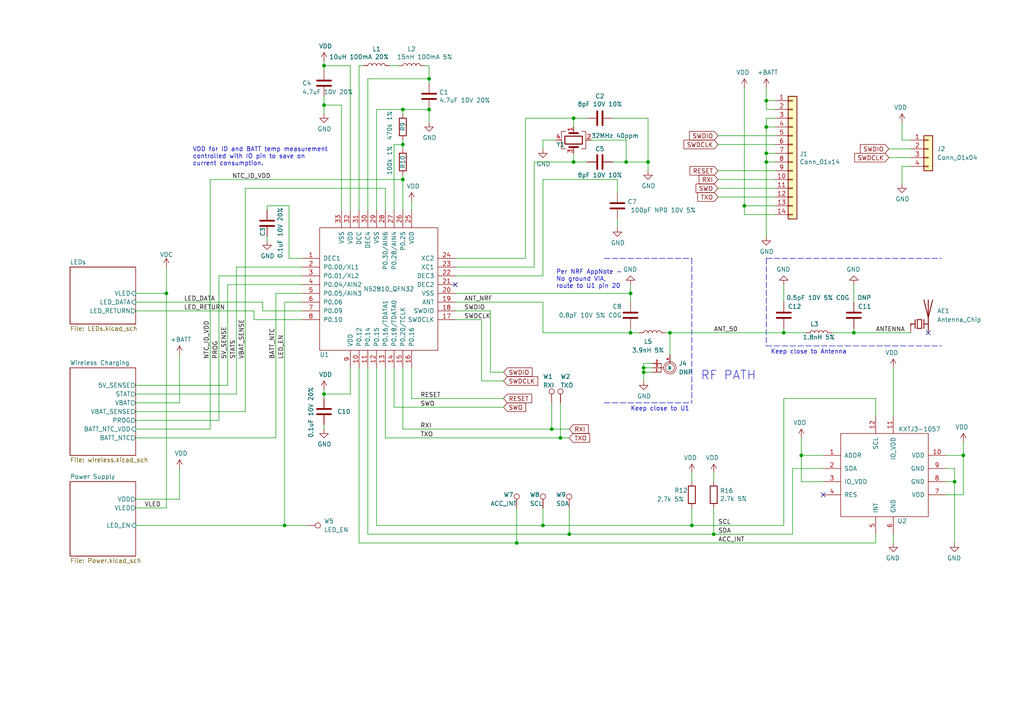
<source format=kicad_sch>
(kicad_sch (version 20211123) (generator eeschema)
  (paper "A4")
  (title_block (title "Pixels D8 Schematic, Main") (date "2023-03-16") (rev "2") (company "Systemic Games, LLC"))
  (lib_symbols
    (symbol "Connector_Generic:Conn_01x04" (pin_names (offset 1.016) hide)
      (property "Reference" "J" (at 0 5.08 0))
      (property "Value" "Conn_01x04" (at 0 -7.62 0))
      (symbol "Conn_01x04_1_1"
        (rectangle (start -1.27 -4.953) (end 0 -5.207) (stroke (width 0.1524)))
        (rectangle (start -1.27 -2.413) (end 0 -2.667) (stroke (width 0.1524)))
        (rectangle (start -1.27 0.127) (end 0 -0.127) (stroke (width 0.1524)))
        (rectangle (start -1.27 2.667) (end 0 2.413) (stroke (width 0.1524)))
        (rectangle (start -1.27 3.81) (end 1.27 -6.35) (stroke (width 0.254)) (fill (type background)))
        (pin passive line (at -5.08 2.54 0) (length 3.81) (name "Pin_1") (number "1"))
        (pin passive line (at -5.08 0 0) (length 3.81) (name "Pin_2") (number "2"))
        (pin passive line (at -5.08 -2.54 0) (length 3.81) (name "Pin_3") (number "3"))
        (pin passive line (at -5.08 -5.08 0) (length 3.81) (name "Pin_4") (number "4"))
      )
    )
    (symbol "Connector_Generic:Conn_01x14" (pin_names (offset 1.016) hide)
      (property "Reference" "J" (at 0 17.78 0))
      (property "Value" "Conn_01x14" (at 0 -20.32 0))
      (symbol "Conn_01x14_1_1"
        (rectangle (start -1.27 -17.653) (end 0 -17.907) (stroke (width 0.1524)))
        (rectangle (start -1.27 -15.113) (end 0 -15.367) (stroke (width 0.1524)))
        (rectangle (start -1.27 -12.573) (end 0 -12.827) (stroke (width 0.1524)))
        (rectangle (start -1.27 -10.033) (end 0 -10.287) (stroke (width 0.1524)))
        (rectangle (start -1.27 -7.493) (end 0 -7.747) (stroke (width 0.1524)))
        (rectangle (start -1.27 -4.953) (end 0 -5.207) (stroke (width 0.1524)))
        (rectangle (start -1.27 -2.413) (end 0 -2.667) (stroke (width 0.1524)))
        (rectangle (start -1.27 0.127) (end 0 -0.127) (stroke (width 0.1524)))
        (rectangle (start -1.27 2.667) (end 0 2.413) (stroke (width 0.1524)))
        (rectangle (start -1.27 5.207) (end 0 4.953) (stroke (width 0.1524)))
        (rectangle (start -1.27 7.747) (end 0 7.493) (stroke (width 0.1524)))
        (rectangle (start -1.27 10.287) (end 0 10.033) (stroke (width 0.1524)))
        (rectangle (start -1.27 12.827) (end 0 12.573) (stroke (width 0.1524)))
        (rectangle (start -1.27 15.367) (end 0 15.113) (stroke (width 0.1524)))
        (rectangle (start -1.27 16.51) (end 1.27 -19.05) (stroke (width 0.254)) (fill (type background)))
        (pin passive line (at -5.08 15.24 0) (length 3.81) (name "Pin_1") (number "1"))
        (pin passive line (at -5.08 -7.62 0) (length 3.81) (name "Pin_10") (number "10"))
        (pin passive line (at -5.08 -10.16 0) (length 3.81) (name "Pin_11") (number "11"))
        (pin passive line (at -5.08 -12.7 0) (length 3.81) (name "Pin_12") (number "12"))
        (pin passive line (at -5.08 -15.24 0) (length 3.81) (name "Pin_13") (number "13"))
        (pin passive line (at -5.08 -17.78 0) (length 3.81) (name "Pin_14") (number "14"))
        (pin passive line (at -5.08 12.7 0) (length 3.81) (name "Pin_2") (number "2"))
        (pin passive line (at -5.08 10.16 0) (length 3.81) (name "Pin_3") (number "3"))
        (pin passive line (at -5.08 7.62 0) (length 3.81) (name "Pin_4") (number "4"))
        (pin passive line (at -5.08 5.08 0) (length 3.81) (name "Pin_5") (number "5"))
        (pin passive line (at -5.08 2.54 0) (length 3.81) (name "Pin_6") (number "6"))
        (pin passive line (at -5.08 0 0) (length 3.81) (name "Pin_7") (number "7"))
        (pin passive line (at -5.08 -2.54 0) (length 3.81) (name "Pin_8") (number "8"))
        (pin passive line (at -5.08 -5.08 0) (length 3.81) (name "Pin_9") (number "9"))
      )
    )
    (symbol "Device:Antenna_Chip" (pin_numbers hide) (pin_names (offset 1.016) hide)
      (property "Reference" "AE" (at 0 5.08 0))
      (property "Value" "Antenna_Chip" (at 0 3.175 0))
      (symbol "Antenna_Chip_0_1"
        (polyline (pts (xy -2.54 0) (xy -2.54 -0.635)) (stroke (width 0.254)))
        (polyline (pts (xy -2.54 0) (xy -1.27 0)) (stroke (width 0.254)))
        (polyline (pts (xy 1.27 0) (xy 2.54 0)) (stroke (width 0.254)))
        (polyline (pts (xy 1.27 1.27) (xy 1.27 -1.27)) (stroke (width 0.254)))
        (polyline (pts (xy 2.54 -0.635) (xy 2.54 0)))
        (polyline (pts (xy 2.54 6.985) (xy 2.54 -1.905)) (stroke (width 0.254)))
        (polyline (pts (xy -1.27 1.27) (xy -1.27 -1.27) (xy -1.27 0)) (stroke (width 0.254)))
        (polyline (pts (xy 3.81 6.985) (xy 2.54 1.905) (xy 1.27 6.985)) (stroke (width 0.254)))
        (polyline (pts (xy -0.635 1.27) (xy 0.635 1.27) (xy 0.635 -1.27) (xy -0.635 -1.27) (xy -0.635 1.27)) (stroke (width 0.254)))
      )
      (symbol "Antenna_Chip_1_1"
        (pin input line (at -2.54 -2.54 90) (length 2.54) (name "FEED") (number "1"))
        (pin passive line (at 2.54 -2.54 90) (length 2.54) (name "PCB_Trace") (number "2"))
      )
    )
    (symbol "Device:C" (pin_numbers hide) (pin_names (offset 0.254))
      (property "Reference" "C" (at 0.635 2.54 0))
      (property "Value" "C" (at 0.635 -2.54 0))
      (symbol "C_0_1"
        (polyline (pts (xy -2.032 -0.762) (xy 2.032 -0.762)) (stroke (width 0.508)))
        (polyline (pts (xy -2.032 0.762) (xy 2.032 0.762)) (stroke (width 0.508)))
      )
      (symbol "C_1_1"
        (pin passive line (at 0 3.81 270) (length 2.794) (name "~") (number "1"))
        (pin passive line (at 0 -3.81 90) (length 2.794) (name "~") (number "2"))
      )
    )
    (symbol "Device:Crystal_GND24" (pin_names (offset 1.016) hide)
      (property "Reference" "Y" (at 3.175 5.08 0))
      (property "Value" "Crystal_GND24" (at 3.175 3.175 0))
      (symbol "Crystal_GND24_0_1"
        (rectangle (start -1.143 2.54) (end 1.143 -2.54) (stroke (width 0.3048)))
        (polyline (pts (xy -2.54 0) (xy -2.032 0)))
        (polyline (pts (xy -2.032 -1.27) (xy -2.032 1.27)) (stroke (width 0.508)))
        (polyline (pts (xy 0 -3.81) (xy 0 -3.556)))
        (polyline (pts (xy 0 3.556) (xy 0 3.81)))
        (polyline (pts (xy 2.032 -1.27) (xy 2.032 1.27)) (stroke (width 0.508)))
        (polyline (pts (xy 2.032 0) (xy 2.54 0)))
        (polyline (pts (xy -2.54 -2.286) (xy -2.54 -3.556) (xy 2.54 -3.556) (xy 2.54 -2.286)))
        (polyline (pts (xy -2.54 2.286) (xy -2.54 3.556) (xy 2.54 3.556) (xy 2.54 2.286)))
      )
      (symbol "Crystal_GND24_1_1"
        (pin passive line (at -3.81 0 0) (length 1.27) (name "1") (number "1"))
        (pin passive line (at 0 5.08 270) (length 1.27) (name "2") (number "2"))
        (pin passive line (at 3.81 0 180) (length 1.27) (name "3") (number "3"))
        (pin passive line (at 0 -5.08 90) (length 1.27) (name "4") (number "4"))
      )
    )
    (symbol "Device:L" (pin_numbers hide) (pin_names (offset 1.016) hide)
      (property "Reference" "L" (at -1.27 0 90))
      (property "Value" "L" (at 1.905 0 90))
      (symbol "L_0_1"
        (arc (start 0 -2.54) (mid 0.635 -1.905) (end 0 -1.27))
        (arc (start 0 -1.27) (mid 0.635 -0.635) (end 0 0))
        (arc (start 0 0) (mid 0.635 0.635) (end 0 1.27))
        (arc (start 0 1.27) (mid 0.635 1.905) (end 0 2.54))
      )
      (symbol "L_1_1"
        (pin passive line (at 0 3.81 270) (length 1.27) (name "1") (number "1"))
        (pin passive line (at 0 -3.81 90) (length 1.27) (name "2") (number "2"))
      )
    )
    (symbol "Device:R" (pin_numbers hide) (pin_names (offset 0))
      (property "Reference" "R" (at 2.032 0 90))
      (property "Value" "R" (at 0 0 90))
      (symbol "R_0_1"
        (rectangle (start -1.016 -2.54) (end 1.016 2.54) (stroke (width 0.254)))
      )
      (symbol "R_1_1"
        (pin passive line (at 0 3.81 270) (length 1.27) (name "~") (number "1"))
        (pin passive line (at 0 -3.81 90) (length 1.27) (name "~") (number "2"))
      )
    )
    (symbol "Pixels-dice:KXTJ3-1057" (pin_names (offset 1.016))
      (property "Reference" "U" (at 10.16 -12.7 0))
      (property "Value" "KXTJ3-1057" (at 8.89 13.97 0))
      (symbol "KXTJ3-1057_0_1"
        (rectangle (start -12.7 12.7) (end 12.7 -11.43))
      )
      (symbol "KXTJ3-1057_1_1"
        (pin input line (at -17.78 6.35 0) (length 5.08) (name "ADDR") (number "1"))
        (pin power_in line (at 17.78 6.35 180) (length 5.08) (name "VDD") (number "10"))
        (pin power_in line (at 2.54 17.78 270) (length 5.08) (name "IO_VDD") (number "11"))
        (pin input line (at -2.54 17.78 270) (length 5.08) (name "SCL") (number "12"))
        (pin bidirectional line (at -17.78 2.54 0) (length 5.08) (name "SDA") (number "2"))
        (pin power_in line (at -17.78 -1.27 0) (length 5.08) (name "IO_VDD") (number "3"))
        (pin passive line (at -17.78 -5.08 0) (length 5.08) (name "RES") (number "4"))
        (pin output line (at -2.54 -16.51 90) (length 5.08) (name "INT") (number "5"))
        (pin power_in line (at 2.54 -16.51 90) (length 5.08) (name "GND") (number "6"))
        (pin power_in line (at 17.78 -5.08 180) (length 5.08) (name "VDD") (number "7"))
        (pin power_in line (at 17.78 -1.27 180) (length 5.08) (name "GND") (number "8"))
        (pin power_in line (at 17.78 2.54 180) (length 5.08) (name "GND") (number "9"))
      )
    )
    (symbol "Pixels-dice:N52810_QFN32" (pin_names (offset 1.016))
      (property "Reference" "U" (at 13.97 -19.05 0))
      (property "Value" "N52810_QFN32" (at 2.54 0 0))
      (symbol "N52810_QFN32_0_1"
        (rectangle (start -17.78 17.78) (end 16.51 -17.78))
      )
      (symbol "N52810_QFN32_1_1"
        (pin power_out line (at -22.86 8.89 0) (length 5.08) (name "DEC1") (number "1"))
        (pin bidirectional line (at -6.35 -22.86 90) (length 5.08) (name "P0.12") (number "10"))
        (pin bidirectional line (at -3.81 -22.86 90) (length 5.08) (name "P0.14") (number "11"))
        (pin bidirectional line (at -1.27 -22.86 90) (length 5.08) (name "P0.15") (number "12"))
        (pin bidirectional line (at 1.27 -22.86 90) (length 5.08) (name "P0.16/TDATA1") (number "13"))
        (pin bidirectional line (at 3.81 -22.86 90) (length 5.08) (name "P0.18/TDATA0") (number "14"))
        (pin bidirectional line (at 6.35 -22.86 90) (length 5.08) (name "P0.20/TCLK") (number "15"))
        (pin bidirectional line (at 8.89 -22.86 90) (length 5.08) (name "P0.16") (number "16"))
        (pin bidirectional line (at 21.59 -8.89 180) (length 5.08) (name "SWDCLK") (number "17"))
        (pin bidirectional line (at 21.59 -6.35 180) (length 5.08) (name "SWDIO") (number "18"))
        (pin output line (at 21.59 -3.81 180) (length 5.08) (name "ANT") (number "19"))
        (pin bidirectional line (at -22.86 6.35 0) (length 5.08) (name "P0.00/XL1") (number "2"))
        (pin output line (at 21.59 -1.27 180) (length 5.08) (name "VSS") (number "20"))
        (pin output line (at 21.59 1.27 180) (length 5.08) (name "DEC2") (number "21"))
        (pin output line (at 21.59 3.81 180) (length 5.08) (name "DEC3") (number "22"))
        (pin output line (at 21.59 6.35 180) (length 5.08) (name "XC1") (number "23"))
        (pin input line (at 21.59 8.89 180) (length 5.08) (name "XC2") (number "24"))
        (pin power_in line (at 8.89 22.86 270) (length 5.08) (name "VDD") (number "25"))
        (pin bidirectional line (at 6.35 22.86 270) (length 5.08) (name "P0.25") (number "26"))
        (pin bidirectional line (at 3.81 22.86 270) (length 5.08) (name "P0.28/AIN4") (number "27"))
        (pin bidirectional line (at 1.27 22.86 270) (length 5.08) (name "P0.30/AIN6") (number "28"))
        (pin power_in line (at -1.27 22.86 270) (length 5.08) (name "VSS") (number "29"))
        (pin bidirectional line (at -22.86 3.81 0) (length 5.08) (name "P0.01/XL2") (number "3"))
        (pin output line (at -3.81 22.86 270) (length 5.08) (name "DEC4") (number "30"))
        (pin output line (at -6.35 22.86 270) (length 5.08) (name "DCC") (number "31"))
        (pin power_in line (at -8.89 22.86 270) (length 5.08) (name "VDD") (number "32"))
        (pin power_in line (at -11.43 22.86 270) (length 5.08) (name "VSS") (number "33"))
        (pin bidirectional line (at -22.86 1.27 0) (length 5.08) (name "P0.04/AIN2") (number "4"))
        (pin bidirectional line (at -22.86 -1.27 0) (length 5.08) (name "P0.05/AIN3") (number "5"))
        (pin bidirectional line (at -22.86 -3.81 0) (length 5.08) (name "P0.06") (number "6"))
        (pin bidirectional line (at -22.86 -6.35 0) (length 5.08) (name "P0.09") (number "7"))
        (pin bidirectional line (at -22.86 -8.89 0) (length 5.08) (name "P0.10") (number "8"))
        (pin power_in line (at -8.89 -22.86 90) (length 5.08) (name "VDD") (number "9"))
      )
    )
    (symbol "Pixels-dice:TEST_1P-conn" (pin_numbers hide) (pin_names (offset 0.762) hide)
      (property "Reference" "W" (at 0 6.858 0))
      (property "Value" "TEST_1P-conn" (at 0 5.08 0))
      (symbol "TEST_1P-conn_0_1"
        (circle (center 0 3.302) (radius 0.762))
      )
      (symbol "TEST_1P-conn_1_1"
        (pin passive line (at 0 0 90) (length 2.54) (name "1") (number "1"))
      )
    )
    (symbol "Pixels-dice:W.FL"
      (property "Reference" "J" (at 3.81 -1.27 0))
      (property "Value" "W.FL" (at 4.445 1.27 0))
      (symbol "W.FL_0_1"
        (polyline (pts (xy -1.27 -2.54) (xy 1.27 -2.54)))
        (polyline (pts (xy 0 -2.54) (xy 0 -1.905)))
        (circle (center 0 0) (radius 1.27))
        (circle (center 0 0) (radius 1.7961))
      )
      (symbol "W.FL_1_1"
        (pin passive line (at 1.27 -5.08 90) (length 2.54) (name "") (number "1"))
        (pin passive line (at -1.27 -5.08 90) (length 2.54) (name "") (number "2"))
        (pin passive line (at 0 -5.08 90) (length 2.54) (name "") (number "3"))
        (pin passive line (at -3.81 0 0) (length 2.54) (name "RF") (number "4"))
      )
    )
    (symbol "power:+BATT" (power) (pin_names (offset 0))
      (property "Value" "+BATT" (at 0 3.556 0))
      (symbol "+BATT_0_1"
        (polyline (pts (xy -0.762 1.27) (xy 0 2.54)))
        (polyline (pts (xy 0 0) (xy 0 2.54)))
        (polyline (pts (xy 0 2.54) (xy 0.762 1.27)))
      )
      (symbol "+BATT_1_1"
        (pin power_in line (at 0 0 90) (length 0) hide (name "+BATT") (number "1"))
      )
    )
    (symbol "power:GND" (power) (pin_names (offset 0))
      (property "Value" "GND" (at 0 -3.81 0))
      (symbol "GND_0_1"
        (polyline (pts (xy 0 0) (xy 0 -1.27) (xy 1.27 -1.27) (xy 0 -2.54) (xy -1.27 -1.27) (xy 0 -1.27)))
      )
      (symbol "GND_1_1"
        (pin power_in line (at 0 0 270) (length 0) hide (name "GND") (number "1"))
      )
    )
    (symbol "power:VDC" (power) (pin_names (offset 0))
      (property "Value" "VDC" (at 0 6.35 0))
      (symbol "VDC_0_1"
        (polyline (pts (xy -0.762 1.27) (xy 0 2.54)))
        (polyline (pts (xy 0 0) (xy 0 2.54)))
        (polyline (pts (xy 0 2.54) (xy 0.762 1.27)))
      )
      (symbol "VDC_1_1"
        (pin power_in line (at 0 0 90) (length 0) hide (name "VDC") (number "1"))
      )
    )
    (symbol "power:VDD" (power) (pin_names (offset 0))
      (property "Value" "VDD" (at 0 3.81 0))
      (symbol "VDD_0_1"
        (polyline (pts (xy -0.762 1.27) (xy 0 2.54)))
        (polyline (pts (xy 0 0) (xy 0 2.54)))
        (polyline (pts (xy 0 2.54) (xy 0.762 1.27)))
      )
      (symbol "VDD_1_1"
        (pin power_in line (at 0 0 90) (length 0) hide (name "VDD") (number "1"))
      )
    )
  )
  (junction (at 279.4 132.08))
  (junction (at 181.61 46.99))
  (junction (at 276.86 139.7))
  (junction (at 93.98 30.48))
  (junction (at 93.98 19.05))
  (junction (at 116.84 52.07))
  (junction (at 124.46 31.75))
  (junction (at 186.69 106.68))
  (junction (at 116.84 41.91))
  (junction (at 166.37 46.99))
  (junction (at 149.86 157.48))
  (junction (at 165.1 154.94))
  (junction (at 207.01 154.94))
  (junction (at 222.25 36.83))
  (junction (at 227.33 96.52))
  (junction (at 93.98 114.3))
  (junction (at 124.46 22.86))
  (junction (at 116.84 31.75))
  (junction (at 194.31 96.52))
  (junction (at 186.69 107.95))
  (junction (at 82.55 152.4))
  (junction (at 222.25 44.45))
  (junction (at 222.25 29.21))
  (junction (at 187.96 46.99))
  (junction (at 222.25 46.99))
  (junction (at 48.26 85.09))
  (junction (at 162.56 127))
  (junction (at 232.41 132.08))
  (junction (at 247.65 96.52))
  (junction (at 215.9 59.69))
  (junction (at 157.48 152.4))
  (junction (at 160.02 124.46))
  (junction (at 200.66 152.4))
  (junction (at 182.88 96.52))
  (junction (at 166.37 34.29))
  (junction (at 182.88 85.09))
  (no_connect (at 132.08 82.55))
  (no_connect (at 238.76 143.51))
  (no_connect (at 269.24 96.52))
  (wire (pts (xy 99.06 30.48) (xy 93.98 30.48)))
  (polyline (pts (xy 222.25 74.93) (xy 273.05 74.93)))
  (wire (pts (xy 99.06 60.96) (xy 99.06 30.48)))
  (wire (pts (xy 222.25 34.29) (xy 222.25 36.83)))
  (wire (pts (xy 207.01 137.16) (xy 207.01 139.7)))
  (wire (pts (xy 87.63 77.47) (xy 68.58 77.47)))
  (wire (pts (xy 149.86 147.32) (xy 149.86 157.48)))
  (wire (pts (xy 73.66 92.71) (xy 73.66 90.17)))
  (wire (pts (xy 109.22 31.75) (xy 109.22 60.96)))
  (wire (pts (xy 181.61 40.64) (xy 181.61 46.99)))
  (wire (pts (xy 157.48 96.52) (xy 182.88 96.52)))
  (wire (pts (xy 241.3 96.52) (xy 247.65 96.52)))
  (wire (pts (xy 261.62 48.26) (xy 264.16 48.26)))
  (wire (pts (xy 154.94 77.47) (xy 154.94 46.99)))
  (wire (pts (xy 93.98 19.05) (xy 93.98 20.32)))
  (wire (pts (xy 189.23 105.41) (xy 186.69 105.41)))
  (wire (pts (xy 232.41 139.7) (xy 232.41 132.08)))
  (wire (pts (xy 279.4 143.51) (xy 274.32 143.51)))
  (wire (pts (xy 101.6 19.05) (xy 93.98 19.05)))
  (wire (pts (xy 177.8 46.99) (xy 181.61 46.99)))
  (wire (pts (xy 157.48 80.01) (xy 132.08 80.01)))
  (wire (pts (xy 139.7 110.49) (xy 146.05 110.49)))
  (wire (pts (xy 63.5 80.01) (xy 63.5 121.92)))
  (wire (pts (xy 186.69 106.68) (xy 186.69 107.95)))
  (wire (pts (xy 132.08 74.93) (xy 152.4 74.93)))
  (wire (pts (xy 238.76 135.89) (xy 229.87 135.89)))
  (wire (pts (xy 227.33 95.25) (xy 227.33 96.52)))
  (wire (pts (xy 207.01 147.32) (xy 207.01 154.94)))
  (wire (pts (xy 194.31 96.52) (xy 227.33 96.52)))
  (wire (pts (xy 187.96 34.29) (xy 187.96 46.99)))
  (wire (pts (xy 247.65 95.25) (xy 247.65 96.52)))
  (wire (pts (xy 224.79 46.99) (xy 222.25 46.99)))
  (wire (pts (xy 160.02 124.46) (xy 165.1 124.46)))
  (wire (pts (xy 166.37 34.29) (xy 170.18 34.29)))
  (wire (pts (xy 259.08 154.94) (xy 259.08 157.48)))
  (polyline (pts (xy 175.26 74.93) (xy 200.66 74.93)))
  (wire (pts (xy 182.88 85.09) (xy 182.88 87.63)))
  (wire (pts (xy 39.37 114.3) (xy 68.58 114.3)))
  (wire (pts (xy 60.96 52.07) (xy 60.96 124.46)))
  (wire (pts (xy 247.65 82.55) (xy 247.65 87.63)))
  (wire (pts (xy 208.28 41.91) (xy 224.79 41.91)))
  (wire (pts (xy 39.37 147.32) (xy 48.26 147.32)))
  (wire (pts (xy 215.9 59.69) (xy 215.9 62.23)))
  (wire (pts (xy 116.84 124.46) (xy 116.84 106.68)))
  (wire (pts (xy 162.56 127) (xy 165.1 127)))
  (wire (pts (xy 257.81 43.18) (xy 264.16 43.18)))
  (wire (pts (xy 71.12 54.61) (xy 111.76 54.61)))
  (wire (pts (xy 257.81 45.72) (xy 264.16 45.72)))
  (wire (pts (xy 194.31 96.52) (xy 194.31 102.87)))
  (wire (pts (xy 111.76 54.61) (xy 111.76 60.96)))
  (wire (pts (xy 124.46 31.75) (xy 124.46 35.56)))
  (wire (pts (xy 39.37 111.76) (xy 66.04 111.76)))
  (wire (pts (xy 93.98 114.3) (xy 93.98 115.57)))
  (wire (pts (xy 80.01 85.09) (xy 87.63 85.09)))
  (wire (pts (xy 149.86 157.48) (xy 254 157.48)))
  (wire (pts (xy 66.04 82.55) (xy 66.04 111.76)))
  (wire (pts (xy 224.79 59.69) (xy 215.9 59.69)))
  (wire (pts (xy 274.32 139.7) (xy 276.86 139.7)))
  (wire (pts (xy 193.04 96.52) (xy 194.31 96.52)))
  (wire (pts (xy 152.4 74.93) (xy 152.4 34.29)))
  (wire (pts (xy 132.08 90.17) (xy 142.24 90.17)))
  (wire (pts (xy 76.2 90.17) (xy 87.63 90.17)))
  (wire (pts (xy 182.88 82.55) (xy 182.88 85.09)))
  (wire (pts (xy 114.3 106.68) (xy 114.3 118.11)))
  (wire (pts (xy 101.6 60.96) (xy 101.6 19.05)))
  (wire (pts (xy 132.08 87.63) (xy 157.48 87.63)))
  (wire (pts (xy 254 120.65) (xy 254 115.57)))
  (wire (pts (xy 222.25 31.75) (xy 224.79 31.75)))
  (wire (pts (xy 93.98 114.3) (xy 93.98 113.03)))
  (wire (pts (xy 182.88 96.52) (xy 185.42 96.52)))
  (wire (pts (xy 142.24 107.95) (xy 146.05 107.95)))
  (wire (pts (xy 222.25 29.21) (xy 222.25 31.75)))
  (wire (pts (xy 161.29 40.64) (xy 157.48 40.64)))
  (wire (pts (xy 160.02 116.84) (xy 160.02 124.46)))
  (wire (pts (xy 186.69 107.95) (xy 186.69 110.49)))
  (wire (pts (xy 222.25 44.45) (xy 222.25 46.99)))
  (wire (pts (xy 124.46 22.86) (xy 124.46 24.13)))
  (wire (pts (xy 52.07 144.78) (xy 52.07 135.89)))
  (wire (pts (xy 114.3 41.91) (xy 114.3 60.96)))
  (wire (pts (xy 123.19 19.05) (xy 124.46 19.05)))
  (wire (pts (xy 124.46 22.86) (xy 106.68 22.86)))
  (wire (pts (xy 165.1 154.94) (xy 207.01 154.94)))
  (wire (pts (xy 208.28 49.53) (xy 224.79 49.53)))
  (wire (pts (xy 232.41 132.08) (xy 238.76 132.08)))
  (wire (pts (xy 177.8 34.29) (xy 187.96 34.29)))
  (wire (pts (xy 189.23 107.95) (xy 186.69 107.95)))
  (wire (pts (xy 222.25 36.83) (xy 222.25 44.45)))
  (wire (pts (xy 39.37 85.09) (xy 48.26 85.09)))
  (wire (pts (xy 274.32 135.89) (xy 276.86 135.89)))
  (wire (pts (xy 279.4 132.08) (xy 279.4 143.51)))
  (wire (pts (xy 114.3 41.91) (xy 116.84 41.91)))
  (wire (pts (xy 154.94 46.99) (xy 166.37 46.99)))
  (wire (pts (xy 76.2 87.63) (xy 76.2 90.17)))
  (wire (pts (xy 63.5 121.92) (xy 39.37 121.92)))
  (wire (pts (xy 232.41 132.08) (xy 232.41 127)))
  (wire (pts (xy 101.6 114.3) (xy 93.98 114.3)))
  (wire (pts (xy 111.76 127) (xy 162.56 127)))
  (wire (pts (xy 227.33 115.57) (xy 227.33 152.4)))
  (wire (pts (xy 276.86 139.7) (xy 276.86 157.48)))
  (polyline (pts (xy 222.25 74.93) (xy 222.25 100.33)))
  (wire (pts (xy 200.66 137.16) (xy 200.66 139.7)))
  (wire (pts (xy 88.9 152.4) (xy 82.55 152.4)))
  (wire (pts (xy 222.25 34.29) (xy 224.79 34.29)))
  (wire (pts (xy 166.37 46.99) (xy 170.18 46.99)))
  (wire (pts (xy 215.9 62.23) (xy 224.79 62.23)))
  (wire (pts (xy 87.63 92.71) (xy 73.66 92.71)))
  (wire (pts (xy 222.25 46.99) (xy 222.25 68.58)))
  (wire (pts (xy 116.84 124.46) (xy 160.02 124.46)))
  (wire (pts (xy 179.07 52.07) (xy 179.07 55.88)))
  (wire (pts (xy 227.33 82.55) (xy 227.33 87.63)))
  (polyline (pts (xy 175.26 116.84) (xy 200.66 116.84)))
  (wire (pts (xy 119.38 106.68) (xy 119.38 115.57)))
  (wire (pts (xy 208.28 57.15) (xy 224.79 57.15)))
  (wire (pts (xy 157.48 152.4) (xy 200.66 152.4)))
  (wire (pts (xy 152.4 34.29) (xy 166.37 34.29)))
  (wire (pts (xy 106.68 22.86) (xy 106.68 60.96)))
  (wire (pts (xy 39.37 144.78) (xy 52.07 144.78)))
  (wire (pts (xy 109.22 106.68) (xy 109.22 152.4)))
  (wire (pts (xy 39.37 119.38) (xy 71.12 119.38)))
  (wire (pts (xy 124.46 19.05) (xy 124.46 22.86)))
  (wire (pts (xy 182.88 95.25) (xy 182.88 96.52)))
  (wire (pts (xy 48.26 85.09) (xy 48.26 147.32)))
  (wire (pts (xy 200.66 152.4) (xy 227.33 152.4)))
  (wire (pts (xy 106.68 154.94) (xy 165.1 154.94)))
  (wire (pts (xy 261.62 48.26) (xy 261.62 53.34)))
  (wire (pts (xy 227.33 96.52) (xy 233.68 96.52)))
  (wire (pts (xy 119.38 58.42) (xy 119.38 60.96)))
  (wire (pts (xy 82.55 152.4) (xy 39.37 152.4)))
  (wire (pts (xy 208.28 54.61) (xy 224.79 54.61)))
  (wire (pts (xy 39.37 87.63) (xy 76.2 87.63)))
  (wire (pts (xy 87.63 82.55) (xy 66.04 82.55)))
  (wire (pts (xy 116.84 50.8) (xy 116.84 52.07)))
  (wire (pts (xy 87.63 80.01) (xy 63.5 80.01)))
  (wire (pts (xy 186.69 105.41) (xy 186.69 106.68)))
  (wire (pts (xy 116.84 31.75) (xy 124.46 31.75)))
  (wire (pts (xy 68.58 77.47) (xy 68.58 114.3)))
  (wire (pts (xy 104.14 19.05) (xy 105.41 19.05)))
  (wire (pts (xy 106.68 154.94) (xy 106.68 106.68)))
  (wire (pts (xy 104.14 157.48) (xy 149.86 157.48)))
  (wire (pts (xy 139.7 92.71) (xy 139.7 110.49)))
  (wire (pts (xy 80.01 85.09) (xy 80.01 127)))
  (wire (pts (xy 189.23 106.68) (xy 186.69 106.68)))
  (wire (pts (xy 116.84 31.75) (xy 116.84 33.02)))
  (wire (pts (xy 171.45 40.64) (xy 181.61 40.64)))
  (wire (pts (xy 93.98 19.05) (xy 93.98 17.78)))
  (wire (pts (xy 93.98 30.48) (xy 93.98 33.02)))
  (wire (pts (xy 48.26 85.09) (xy 48.26 77.47)))
  (wire (pts (xy 104.14 19.05) (xy 104.14 60.96)))
  (wire (pts (xy 82.55 87.63) (xy 82.55 152.4)))
  (wire (pts (xy 132.08 92.71) (xy 139.7 92.71)))
  (wire (pts (xy 165.1 147.32) (xy 165.1 154.94)))
  (wire (pts (xy 229.87 135.89) (xy 229.87 154.94)))
  (wire (pts (xy 116.84 52.07) (xy 116.84 60.96)))
  (wire (pts (xy 224.79 44.45) (xy 222.25 44.45)))
  (wire (pts (xy 77.47 68.58) (xy 77.47 69.85)))
  (wire (pts (xy 146.05 115.57) (xy 119.38 115.57)))
  (polyline (pts (xy 222.25 100.33) (xy 273.05 100.33)))
  (wire (pts (xy 116.84 41.91) (xy 116.84 43.18)))
  (wire (pts (xy 222.25 25.4) (xy 222.25 29.21)))
  (wire (pts (xy 162.56 116.84) (xy 162.56 127)))
  (wire (pts (xy 157.48 147.32) (xy 157.48 152.4)))
  (wire (pts (xy 83.82 59.69) (xy 77.47 59.69)))
  (wire (pts (xy 142.24 90.17) (xy 142.24 107.95)))
  (wire (pts (xy 261.62 40.64) (xy 264.16 40.64)))
  (wire (pts (xy 109.22 31.75) (xy 116.84 31.75)))
  (wire (pts (xy 279.4 128.27) (xy 279.4 132.08)))
  (wire (pts (xy 87.63 74.93) (xy 83.82 74.93)))
  (wire (pts (xy 132.08 85.09) (xy 182.88 85.09)))
  (wire (pts (xy 93.98 27.94) (xy 93.98 30.48)))
  (wire (pts (xy 157.48 52.07) (xy 157.48 80.01)))
  (wire (pts (xy 254 154.94) (xy 254 157.48)))
  (wire (pts (xy 71.12 54.61) (xy 71.12 119.38)))
  (wire (pts (xy 181.61 46.99) (xy 187.96 46.99)))
  (polyline (pts (xy 200.66 74.93) (xy 200.66 116.84)))
  (wire (pts (xy 83.82 74.93) (xy 83.82 59.69)))
  (wire (pts (xy 207.01 154.94) (xy 229.87 154.94)))
  (wire (pts (xy 116.84 40.64) (xy 116.84 41.91)))
  (wire (pts (xy 80.01 127) (xy 39.37 127)))
  (wire (pts (xy 39.37 116.84) (xy 52.07 116.84)))
  (wire (pts (xy 104.14 106.68) (xy 104.14 157.48)))
  (wire (pts (xy 179.07 63.5) (xy 179.07 66.04)))
  (wire (pts (xy 157.48 40.64) (xy 157.48 43.18)))
  (wire (pts (xy 113.03 19.05) (xy 115.57 19.05)))
  (wire (pts (xy 157.48 87.63) (xy 157.48 96.52)))
  (wire (pts (xy 187.96 46.99) (xy 187.96 49.53)))
  (wire (pts (xy 166.37 44.45) (xy 166.37 46.99)))
  (wire (pts (xy 208.28 39.37) (xy 224.79 39.37)))
  (wire (pts (xy 261.62 35.56) (xy 261.62 40.64)))
  (wire (pts (xy 82.55 87.63) (xy 87.63 87.63)))
  (wire (pts (xy 166.37 36.83) (xy 166.37 34.29)))
  (wire (pts (xy 39.37 90.17) (xy 73.66 90.17)))
  (wire (pts (xy 279.4 132.08) (xy 274.32 132.08)))
  (wire (pts (xy 254 115.57) (xy 227.33 115.57)))
  (wire (pts (xy 179.07 52.07) (xy 157.48 52.07)))
  (wire (pts (xy 238.76 139.7) (xy 232.41 139.7)))
  (wire (pts (xy 146.05 118.11) (xy 114.3 118.11)))
  (wire (pts (xy 77.47 59.69) (xy 77.47 60.96)))
  (wire (pts (xy 224.79 36.83) (xy 222.25 36.83)))
  (wire (pts (xy 247.65 96.52) (xy 264.16 96.52)))
  (wire (pts (xy 111.76 127) (xy 111.76 106.68)))
  (wire (pts (xy 116.84 52.07) (xy 60.96 52.07)))
  (wire (pts (xy 215.9 25.4) (xy 215.9 59.69)))
  (wire (pts (xy 276.86 135.89) (xy 276.86 139.7)))
  (wire (pts (xy 259.08 106.68) (xy 259.08 120.65)))
  (wire (pts (xy 222.25 29.21) (xy 224.79 29.21)))
  (wire (pts (xy 132.08 77.47) (xy 154.94 77.47)))
  (wire (pts (xy 200.66 147.32) (xy 200.66 152.4)))
  (wire (pts (xy 101.6 106.68) (xy 101.6 114.3)))
  (wire (pts (xy 60.96 124.46) (xy 39.37 124.46)))
  (wire (pts (xy 52.07 102.87) (xy 52.07 116.84)))
  (wire (pts (xy 208.28 52.07) (xy 224.79 52.07)))
  (wire (pts (xy 109.22 152.4) (xy 157.48 152.4)))
  (wire (pts (xy 93.98 123.19) (xy 93.98 124.46)))
  (text "Keep close to Antenna" (at 223.52 102.87 0) (effects (font (size 1.27 1.27)) (justify left bottom)))
  (text "Keep close to U1" (at 182.88 119.38 0) (effects (font (size 1.27 1.27)) (justify left bottom)))
  (text "RF PATH" (at 203.2 110.49 0) (effects (font (size 2.54 2.54)) (justify left bottom)))
  (text "VDD for ID and BATT temp measurement\ncontrolled with IO pin to save on\ncurrent consumption." (at 55.88 48.26 0) (effects (font (size 1.27 1.27)) (justify left bottom)))
  (text "Per NRF AppNote -\nNo ground VIA,\nroute to U1 pin 20" (at 161.29 83.82 0) (effects (font (size 1.27 1.27)) (justify left bottom)))
  (label "TXO" (at 121.92 127 0))
  (label "ACC_INT" (at 208.28 157.48 0))
  (label "NTC_ID_VDD" (at 60.96 104.14 90))
  (label "SWDCLK" (at 134.62 92.71 0))
  (label "VBAT_SENSE" (at 71.12 104.14 90))
  (label "5V_SENSE" (at 66.04 104.14 90))
  (label "NTC_ID_VDD" (at 67.31 52.07 0))
  (label "ANT_50" (at 207.01 96.52 0))
  (label "SDA" (at 208.28 154.94 0))
  (label "LED_EN" (at 82.55 104.14 90))
  (label "RXI" (at 121.92 124.46 0))
  (label "SWDIO" (at 134.62 90.17 0))
  (label "ANTENNA" (at 254 96.52 0))
  (label "SWO" (at 121.92 118.11 0))
  (label "PROG" (at 63.5 104.14 90))
  (label "BATT_NTC" (at 80.01 104.14 90))
  (label "ANT_NRF" (at 134.62 87.63 0))
  (label "LED_DATA" (at 53.34 87.63 0))
  (label "RESET" (at 121.92 115.57 0))
  (label "SCL" (at 208.28 152.4 0))
  (label "VLED" (at 41.91 147.32 0))
  (label "LED_RETURN" (at 53.34 90.17 0))
  (label "STATS" (at 68.58 104.14 90))
  (global_label "TXO" (shape input) (at 165.1 127 0) (property "Intersheet References" "${INTERSHEET_REFS}" (effects hide)))
  (global_label "RESET" (shape input) (at 208.28 49.53 180) (property "Intersheet References" "${INTERSHEET_REFS}" (effects hide)))
  (global_label "SWDIO" (shape input) (at 146.05 107.95 0) (property "Intersheet References" "${INTERSHEET_REFS}" (effects hide)))
  (global_label "RXI" (shape input) (at 208.28 52.07 180) (property "Intersheet References" "${INTERSHEET_REFS}" (effects hide)))
  (global_label "SWO" (shape input) (at 146.05 118.11 0) (property "Intersheet References" "${INTERSHEET_REFS}" (effects hide)))
  (global_label "SWDIO" (shape input) (at 257.81 43.18 180) (property "Intersheet References" "${INTERSHEET_REFS}" (effects hide)))
  (global_label "SWDCLK" (shape input) (at 146.05 110.49 0) (property "Intersheet References" "${INTERSHEET_REFS}" (effects hide)))
  (global_label "TXO" (shape input) (at 208.28 57.15 180) (property "Intersheet References" "${INTERSHEET_REFS}" (effects hide)))
  (global_label "RESET" (shape input) (at 146.05 115.57 0) (property "Intersheet References" "${INTERSHEET_REFS}" (effects hide)))
  (global_label "SWDCLK" (shape input) (at 257.81 45.72 180) (property "Intersheet References" "${INTERSHEET_REFS}" (effects hide)))
  (global_label "SWO" (shape input) (at 208.28 54.61 180) (property "Intersheet References" "${INTERSHEET_REFS}" (effects hide)))
  (global_label "RXI" (shape input) (at 165.1 124.46 0) (property "Intersheet References" "${INTERSHEET_REFS}" (effects hide)))
  (global_label "SWDCLK" (shape input) (at 208.28 41.91 180) (property "Intersheet References" "${INTERSHEET_REFS}" (effects hide)))
  (global_label "SWDIO" (shape input) (at 208.28 39.37 180) (property "Intersheet References" "${INTERSHEET_REFS}" (effects hide)))
  (symbol (lib_id "power:GND") (at 93.98 124.46 0) (unit 1)
    (property "Reference" "#PWR016" (effects hide))
    (property "Value" "GND" (at 94.107 128.8542 0))
  )
  (symbol (lib_id "power:VDD") (at 93.98 113.03 0) (unit 1)
    (property "Reference" "#PWR014" (effects hide))
    (property "Value" "VDD" (at 94.4118 108.6358 0))
  )
  (symbol (lib_id "Device:C") (at 93.98 119.38 0) (unit 1)
    (property "Reference" "C10" (at 97.79 119.38 0) (effects (justify left)))
    (property "Value" "0.1uF 10V 20%" (at 90.17 127 90) (effects (justify left)))
    (property "Footprint" "Pixels-dice:C_0402_1005Metric" (effects hide))
    (property "Generic OK" "YES" (effects hide))
    (property "Pixels Part Number" "SMD-C005" (effects hide))
    (property "Manufacturer" "Murata" (effects hide))
    (property "Manufacturer Part Number" "GRM155R61H104KE19D" (effects hide))
  )
  (symbol (lib_id "power:GND") (at 93.98 33.02 0) (unit 1)
    (property "Reference" "#PWR08" (effects hide))
    (property "Value" "GND" (at 94.107 37.4142 0))
  )
  (symbol (lib_id "power:VDD") (at 93.98 17.78 0) (unit 1)
    (property "Reference" "#PWR01" (effects hide))
    (property "Value" "VDD" (at 94.4118 13.3858 0))
  )
  (symbol (lib_id "Device:C") (at 93.98 24.13 0) (unit 1)
    (property "Reference" "C4" (at 87.63 24.13 0) (effects (justify left)))
    (property "Value" "4.7uF 10V 20%" (at 87.63 26.67 0) (effects (justify left)))
    (property "Footprint" "Pixels-dice:C_0402_1005Metric" (effects hide))
    (property "Generic OK" "YES" (effects hide))
    (property "Pixels Part Number" "SMD-C002" (effects hide))
    (property "Manufacturer" "Murata" (effects hide))
    (property "Manufacturer Part Number" "GRM155R61A475MEAAJ" (effects hide))
  )
  (symbol (lib_id "power:GND") (at 77.47 69.85 0) (unit 1)
    (property "Reference" "#PWR05" (effects hide))
    (property "Value" "GND" (at 77.597 74.2442 0))
  )
  (symbol (lib_id "Device:C") (at 77.47 64.77 0) (unit 1)
    (property "Reference" "C3" (at 76.2 68.58 90) (effects (justify left)))
    (property "Value" "0.1uF 10V 20%" (at 81.28 74.93 90) (effects (justify left)))
    (property "Footprint" "Pixels-dice:C_0402_1005Metric" (effects hide))
    (property "Generic OK" "YES" (effects hide))
    (property "Pixels Part Number" "SMD-C005" (effects hide))
    (property "Manufacturer" "Murata" (effects hide))
    (property "Manufacturer Part Number" "GRM155R61H104KE19D" (effects hide))
  )
  (symbol (lib_id "Device:L") (at 109.22 19.05 90) (unit 1)
    (property "Reference" "L1" (at 109.22 14.224 90))
    (property "Value" "10uH 100mA 20%" (at 104.14 16.51 90))
    (property "Footprint" "Inductor_SMD:L_0805_2012Metric" (effects hide))
    (property "Generic OK" "YES" (effects hide))
    (property "Pixels Part Number" "SMD-L001" (effects hide))
    (property "Manufacturer" "Murata" (effects hide))
    (property "Manufacturer Part Number" "LQM21FN100M80L" (effects hide))
  )
  (symbol (lib_id "Device:L") (at 119.38 19.05 90) (unit 1)
    (property "Reference" "L2" (at 119.38 14.224 90))
    (property "Value" "15nH 100mA 5%" (at 123.19 16.51 90))
    (property "Footprint" "Inductor_SMD:L_0402_1005Metric" (effects hide))
    (property "Generic OK" "YES" (effects hide))
    (property "Pixels Part Number" "SMD-L002" (effects hide))
    (property "Manufacturer" "Murata" (effects hide))
    (property "Manufacturer Part Number" "LQG15HS15NJ02D" (effects hide))
  )
  (symbol (lib_id "Device:C") (at 124.46 27.94 0) (unit 1)
    (property "Reference" "C1" (at 127.381 26.7716 0) (effects (justify left)))
    (property "Value" "4.7uF 10V 20%" (at 127.381 29.083 0) (effects (justify left)))
    (property "Footprint" "Pixels-dice:C_0402_1005Metric" (effects hide))
    (property "Generic OK" "YES" (effects hide))
    (property "Pixels Part Number" "SMD-C002" (effects hide))
    (property "Manufacturer" "Murata" (effects hide))
    (property "Manufacturer Part Number" "GRM155R61A475MEAAJ" (effects hide))
  )
  (symbol (lib_id "power:GND") (at 124.46 35.56 0) (unit 1)
    (property "Reference" "#PWR03" (effects hide))
    (property "Value" "GND" (at 124.587 39.9542 0))
  )
  (symbol (lib_id "Device:Crystal_GND24") (at 166.37 40.64 270) (unit 1)
    (property "Reference" "Y1" (at 161.29 41.91 90) (effects (justify left)))
    (property "Value" "32MHz 40ppm" (at 171.45 39.37 90) (effects (justify left)))
    (property "Footprint" "Pixels-dice:Crystal_SMD_2016-4Pin_2.0x1.6mm" (effects hide))
    (property "Generic OK" "YES" (effects hide))
    (property "Manufacturer" "Murata" (effects hide))
    (property "Manufacturer Part Number" "XRCGB32M000F2P00R0" (effects hide))
    (property "Pixels Part Number" "SMD-Y001" (effects hide))
  )
  (symbol (lib_id "Device:C") (at 173.99 34.29 270) (unit 1)
    (property "Reference" "C2" (at 173.99 27.8892 90))
    (property "Value" "8pF 10V 10%" (at 173.99 30.2006 90))
    (property "Footprint" "Pixels-dice:C_0402_1005Metric" (effects hide))
    (property "Generic OK" "YES" (effects hide))
    (property "Pixels Part Number" "SMD-C001" (effects hide))
    (property "Manufacturer" "Murata" (effects hide))
    (property "Manufacturer Part Number" "GRT1555C2A8R0DA02" (effects hide))
  )
  (symbol (lib_id "Device:C") (at 173.99 46.99 270) (unit 1)
    (property "Reference" "C5" (at 173.99 43.18 90))
    (property "Value" "8pF 10V 10%" (at 173.99 50.8 90))
    (property "Footprint" "Pixels-dice:C_0402_1005Metric" (effects hide))
    (property "Generic OK" "YES" (effects hide))
    (property "Pixels Part Number" "SMD-C001" (effects hide))
    (property "Manufacturer" "Murata" (effects hide))
    (property "Manufacturer Part Number" "GRT1555C2A8R0DA02" (effects hide))
  )
  (symbol (lib_id "power:GND") (at 187.96 49.53 0) (unit 1)
    (property "Reference" "#PWR09" (effects hide))
    (property "Value" "GND" (at 188.087 53.9242 0))
  )
  (symbol (lib_id "power:GND") (at 179.07 66.04 0) (unit 1)
    (property "Reference" "#PWR011" (effects hide))
    (property "Value" "GND" (at 179.197 70.4342 0))
  )
  (symbol (lib_id "Device:C") (at 179.07 59.69 0) (unit 1)
    (property "Reference" "C7" (at 181.991 58.5216 0) (effects (justify left)))
    (property "Value" "100pF NP0 10V 5%" (at 182.88 60.96 0) (effects (justify left)))
    (property "Footprint" "Pixels-dice:C_0402_1005Metric" (effects hide))
    (property "Generic OK" "YES" (effects hide))
    (property "Pixels Part Number" "SMD-C003" (effects hide))
    (property "Manufacturer" "Murata" (effects hide))
    (property "Manufacturer Part Number" "GCM1555C1H101JA16J" (effects hide))
  )
  (symbol (lib_id "power:GND") (at 157.48 43.18 0) (unit 1)
    (property "Reference" "#PWR06" (effects hide))
    (property "Value" "GND" (at 157.607 47.5742 0))
  )
  (symbol (lib_id "power:VDD") (at 52.07 135.89 0) (unit 1)
    (property "Reference" "#PWR021" (effects hide))
    (property "Value" "VDD" (at 52.5018 131.4958 0))
  )
  (symbol (lib_id "Pixels-dice:TEST_1P-conn") (at 160.02 116.84 0) (unit 1)
    (property "Reference" "W1" (at 157.48 109.22 0) (effects (justify left)))
    (property "Value" "RXI" (at 157.48 111.76 0) (effects (justify left)))
    (property "Footprint" "Pixels-dice:TEST_PIN" (effects hide))
    (property "Generic OK" "N/A" (effects hide))
  )
  (symbol (lib_id "Pixels-dice:TEST_1P-conn") (at 162.56 116.84 0) (unit 1)
    (property "Reference" "W2" (at 162.56 109.22 0) (effects (justify left)))
    (property "Value" "TXO" (at 162.56 111.76 0) (effects (justify left)))
    (property "Footprint" "Pixels-dice:TEST_PIN" (effects hide))
    (property "Generic OK" "N/A" (effects hide))
  )
  (symbol (lib_id "Pixels-dice:TEST_1P-conn") (at 88.9 152.4 270) (unit 1)
    (property "Reference" "W5" (at 93.98 151.13 90) (effects (justify left)))
    (property "Value" "LED_EN" (at 93.98 153.67 90) (effects (justify left)))
    (property "Footprint" "Pixels-dice:TEST_PIN" (effects hide))
    (property "Generic OK" "N/A" (effects hide))
  )
  (symbol (lib_id "Pixels-dice:TEST_1P-conn") (at 149.86 147.32 0) (unit 1)
    (property "Reference" "W7" (at 146.05 143.51 0) (effects (justify left)))
    (property "Value" "ACC_INT" (at 142.24 146.05 0) (effects (justify left)))
    (property "Footprint" "Pixels-dice:TEST_PIN" (effects hide))
    (property "Generic OK" "N/A" (effects hide))
  )
  (symbol (lib_id "Pixels-dice:TEST_1P-conn") (at 157.48 147.32 0) (unit 1)
    (property "Reference" "W8" (at 153.67 143.51 0) (effects (justify left)))
    (property "Value" "SCL" (at 153.67 146.05 0) (effects (justify left)))
    (property "Footprint" "Pixels-dice:TEST_PIN" (effects hide))
    (property "Generic OK" "N/A" (effects hide))
  )
  (symbol (lib_id "Pixels-dice:TEST_1P-conn") (at 165.1 147.32 0) (unit 1)
    (property "Reference" "W9" (at 161.29 143.51 0) (effects (justify left)))
    (property "Value" "SDA" (at 161.29 146.05 0) (effects (justify left)))
    (property "Footprint" "Pixels-dice:TEST_PIN" (effects hide))
    (property "Generic OK" "N/A" (effects hide))
  )
  (symbol (lib_id "Pixels-dice:N52810_QFN32") (at 110.49 83.82 0) (unit 1)
    (property "Reference" "U1" (at 92.71 102.87 0) (effects (justify left)))
    (property "Value" "N52810_QFN32" (at 105.41 83.82 0) (effects (justify left)))
    (property "Footprint" "Package_DFN_QFN:QFN-32-1EP_5x5mm_P0.5mm_EP3.1x3.1mm" (effects hide))
    (property "Generic OK" "NO" (effects hide))
    (property "Manufacturer" "Nordic Semiconductor" (effects hide))
    (property "Manufacturer Part Number" "NRF52810-QCAA-R" (effects hide))
    (property "Pixels Part Number" "SMD-U001" (effects hide))
  )
  (symbol (lib_id "power:VDD") (at 119.38 58.42 0) (unit 1)
    (property "Reference" "#PWR04" (effects hide))
    (property "Value" "VDD" (at 119.8118 54.0258 0))
  )
  (symbol (lib_id "Connector_Generic:Conn_01x14") (at 229.87 44.45 0) (unit 1)
    (property "Reference" "J1" (at 231.902 44.6532 0) (effects (justify left)))
    (property "Value" "Conn_01x14" (at 231.902 46.9646 0) (effects (justify left)))
    (property "Footprint" "Pixels-dice:FPC_14" (effects hide))
    (property "Generic OK" "N/A" (effects hide))
  )
  (symbol (lib_id "power:+BATT") (at 222.25 25.4 0) (unit 1)
    (property "Reference" "#PWR07" (effects hide))
    (property "Value" "+BATT" (at 222.631 21.0058 0))
  )
  (symbol (lib_id "power:VDD") (at 215.9 25.4 0) (mirror y) (unit 1)
    (property "Reference" "#PWR02" (effects hide))
    (property "Value" "VDD" (at 215.4682 21.0058 0))
  )
  (symbol (lib_id "power:GND") (at 222.25 68.58 0) (unit 1)
    (property "Reference" "#PWR013" (effects hide))
    (property "Value" "GND" (at 222.377 72.9742 0))
  )
  (symbol (lib_id "Device:R") (at 116.84 46.99 0) (unit 1)
    (property "Reference" "R10" (at 116.84 46.99 90))
    (property "Value" "100k 1%" (at 113.03 50.8 90) (effects (justify left)))
    (property "Footprint" "Pixels-dice:R_0402_1005Metric" (effects hide))
    (property "Generic OK" "YES" (effects hide))
    (property "Pixels Part Number" "SMD-R006" (effects hide))
    (property "Manufacturer" "UNI-ROYAL(Uniroyal Elec)" (effects hide))
    (property "Manufacturer Part Number" "0402WGF1003TCE" (effects hide))
  )
  (symbol (lib_id "Device:R") (at 116.84 36.83 0) (unit 1)
    (property "Reference" "R9" (at 116.84 38.1 90) (effects (justify left)))
    (property "Value" "470k 1%" (at 113.03 40.64 90) (effects (justify left)))
    (property "Footprint" "Resistor_SMD:R_0402_1005Metric" (effects hide))
    (property "Generic OK" "YES" (effects hide))
    (property "Pixels Part Number" "SMD-R006" (effects hide))
    (property "Manufacturer" "UNI-ROYAL(Uniroyal Elec)" (effects hide))
    (property "Manufacturer Part Number" "0402WGF4703TCE" (effects hide))
  )
  (symbol (lib_id "Device:R") (at 200.66 143.51 0) (unit 1)
    (property "Reference" "R12" (at 195.58 142.24 0) (effects (justify left)))
    (property "Value" "2.7k 5%" (at 190.5 144.78 0) (effects (justify left)))
    (property "Footprint" "Pixels-dice:R_0402_1005Metric" (effects hide))
    (property "Generic OK" "YES" (effects hide))
    (property "Manufacturer" "UNI-ROYAL(Uniroyal Elec)" (effects hide))
    (property "Manufacturer Part Number" "0402WGJ0272TCE" (effects hide))
    (property "Pixels Part Number" "SMD-R021" (effects hide))
  )
  (symbol (lib_id "Device:R") (at 207.01 143.51 0) (unit 1)
    (property "Reference" "R16" (at 208.788 142.3416 0) (effects (justify left)))
    (property "Value" "2.7k 5%" (at 208.788 144.653 0) (effects (justify left)))
    (property "Footprint" "Pixels-dice:R_0402_1005Metric" (effects hide))
    (property "Generic OK" "YES" (effects hide))
    (property "Manufacturer" "UNI-ROYAL(Uniroyal Elec)" (effects hide))
    (property "Manufacturer Part Number" "0402WGJ0272TCE" (effects hide))
    (property "Pixels Part Number" "SMD-R021" (effects hide))
  )
  (symbol (lib_id "power:VDD") (at 207.01 137.16 0) (mirror y) (unit 1)
    (property "Reference" "#PWR046" (effects hide))
    (property "Value" "VDD" (at 206.5782 132.7658 0))
  )
  (symbol (lib_id "power:VDD") (at 200.66 137.16 0) (mirror y) (unit 1)
    (property "Reference" "#PWR045" (effects hide))
    (property "Value" "VDD" (at 200.2282 132.7658 0))
  )
  (symbol (lib_id "Pixels-dice:KXTJ3-1057") (at 256.54 138.43 0) (unit 1)
    (property "Reference" "U2" (at 261.62 151.13 0))
    (property "Value" "KXTJ3-1057" (at 266.7 124.46 0))
    (property "Footprint" "Package_LGA:LGA-12_2x2mm_P0.5mm" (effects hide))
    (property "Manufacturer" "Kionix" (effects hide))
    (property "Manufacturer Part Number" "KXTJ3-1057" (effects hide))
    (property "Pixels Part Number" "SMD-U002-ALT1" (effects hide))
    (property "Generic OK" "NO" (effects hide))
  )
  (symbol (lib_id "power:VDD") (at 279.4 128.27 0) (mirror y) (unit 1)
    (property "Reference" "#PWR037" (effects hide))
    (property "Value" "VDD" (at 278.9682 123.8758 0))
  )
  (symbol (lib_id "power:GND") (at 259.08 157.48 0) (mirror y) (unit 1)
    (property "Reference" "#PWR047" (effects hide))
    (property "Value" "GND" (at 258.953 161.8742 0))
  )
  (symbol (lib_id "power:GND") (at 276.86 157.48 0) (mirror y) (unit 1)
    (property "Reference" "#PWR048" (effects hide))
    (property "Value" "GND" (at 276.733 161.8742 0))
  )
  (symbol (lib_id "power:VDD") (at 259.08 106.68 0) (mirror y) (unit 1)
    (property "Reference" "#PWR015" (effects hide))
    (property "Value" "VDD" (at 258.6482 102.2858 0))
  )
  (symbol (lib_id "power:VDD") (at 232.41 127 0) (mirror y) (unit 1)
    (property "Reference" "#PWR023" (effects hide))
    (property "Value" "VDD" (at 231.9782 122.6058 0))
  )
  (symbol (lib_id "power:VDD") (at 261.62 35.56 0) (mirror y) (unit 1)
    (property "Reference" "#PWR?" (effects hide))
    (property "Value" "VDD" (at 261.1882 31.1658 0))
  )
  (symbol (lib_id "power:GND") (at 261.62 53.34 0) (unit 1)
    (property "Reference" "#PWR?" (effects hide))
    (property "Value" "GND" (at 261.747 57.7342 0))
  )
  (symbol (lib_id "Pixels-dice:W.FL") (at 194.31 106.68 270) (unit 1)
    (property "Reference" "J4" (at 196.85 105.4099 90) (effects (justify left)))
    (property "Value" "DNP" (at 196.85 107.9499 90) (effects (justify left)))
    (property "Footprint" "RFFrontEnd:MFH3.RECE.20369.001E.01" (effects hide))
    (property "Generic OK" "N/A" (effects hide))
  )
  (symbol (lib_id "Device:L") (at 189.23 96.52 90) (unit 1)
    (property "Reference" "L5" (at 187.96 99.06 90))
    (property "Value" "3.9nH 5%" (at 187.96 101.6 90))
    (property "Footprint" "Pixels-dice:0402_RF" (effects hide))
    (property "Generic OK" "YES" (effects hide))
    (property "Manufacturer" "Murata" (effects hide))
    (property "Manufacturer Part Number" "LQG15HS3N9B02D" (effects hide))
  )
  (symbol (lib_id "power:GND") (at 186.69 110.49 0) (unit 1)
    (property "Reference" "#PWR?" (effects hide))
    (property "Value" "GND" (at 186.817 114.8842 0))
  )
  (symbol (lib_id "Device:Antenna_Chip") (at 266.7 93.98 0) (unit 1)
    (property "Reference" "AE1" (at 271.78 90.1699 0) (effects (justify left)))
    (property "Value" "Antenna_Chip" (at 271.78 92.7099 0) (effects (justify left)))
    (property "Footprint" "Pixels-dice:CHIP_ANT" (effects hide))
    (property "Generic OK" "NO" (effects hide))
    (property "Manufacturer" "Microgate" (effects hide))
    (property "Manufacturer Part Number" "MGMA3216H2450-A02" (effects hide))
  )
  (symbol (lib_id "power:GND") (at 182.88 82.55 180) (unit 1)
    (property "Reference" "#PWR?" (effects hide))
    (property "Value" "GND" (at 182.753 78.1558 0))
  )
  (symbol (lib_id "Device:C") (at 247.65 91.44 180) (unit 1)
    (property "Reference" "C11" (at 252.73 88.9 0) (effects (justify left)))
    (property "Value" "DNP" (at 252.73 86.36 0) (effects (justify left)))
    (property "Footprint" "Pixels-dice:0402_RF" (effects hide))
    (property "Generic OK" "YES" (effects hide))
  )
  (symbol (lib_id "Device:C") (at 182.88 91.44 180) (unit 1)
    (property "Reference" "C8" (at 180.34 88.9 0) (effects (justify left)))
    (property "Value" "0.8pF 10V 5% C0G" (at 180.34 91.44 0) (effects (justify left)))
    (property "Footprint" "Pixels-dice:0402_RF" (effects hide))
    (property "Generic OK" "YES" (effects hide))
    (property "Pixels Part Number" "SMD-C004" (effects hide))
    (property "Manufacturer" "Murata" (effects hide))
    (property "Manufacturer Part Number" "GJM1555C1HR80BB01" (effects hide))
  )
  (symbol (lib_id "power:GND") (at 247.65 82.55 180) (unit 1)
    (property "Reference" "#PWR?" (effects hide))
    (property "Value" "GND" (at 247.523 78.1558 0))
  )
  (symbol (lib_id "power:VDC") (at 48.26 77.47 0) (unit 1)
    (property "Reference" "#PWR010" (effects hide))
    (property "Value" "VDC" (at 48.26 73.8655 0))
  )
  (symbol (lib_id "Device:C") (at 227.33 91.44 180) (unit 1)
    (property "Reference" "C12" (at 232.41 88.9 0) (effects (justify left)))
    (property "Value" "0.5pF 10V 5% C0G" (at 246.38 86.36 0) (effects (justify left)))
    (property "Footprint" "Pixels-dice:0402_RF" (effects hide))
    (property "Generic OK" "YES" (effects hide))
    (property "Pixels Part Number" "SMD-C004" (effects hide))
    (property "Manufacturer" "Murata" (effects hide))
    (property "Manufacturer Part Number" "GJM1555C1HR50BB01" (effects hide))
  )
  (symbol (lib_id "power:+BATT") (at 52.07 102.87 0) (unit 1)
    (property "Reference" "#PWR0143" (effects hide))
    (property "Value" "+BATT" (at 52.451 98.4758 0))
  )
  (symbol (lib_id "power:GND") (at 227.33 82.55 180) (unit 1)
    (property "Reference" "#PWR?" (effects hide))
    (property "Value" "GND" (at 227.203 78.1558 0))
  )
  (symbol (lib_id "Device:L") (at 237.49 96.52 90) (unit 1)
    (property "Reference" "L3" (at 236.22 93.98 90))
    (property "Value" "1.8nH 5%" (at 237.49 97.79 90))
    (property "Footprint" "Pixels-dice:0402_RF" (effects hide))
    (property "Generic OK" "YES" (effects hide))
    (property "Manufacturer" "Murata" (effects hide))
    (property "Manufacturer Part Number" "LQG15HZ1N8C02D" (effects hide))
  )
  (symbol (lib_id "Connector_Generic:Conn_01x04") (at 269.24 43.18 0) (unit 1)
    (property "Reference" "J2" (at 271.78 43.1799 0) (effects (justify left)))
    (property "Value" "Conn_01x04" (at 271.78 45.7199 0) (effects (justify left)))
    (property "Footprint" "Pixels-dice:FPC-POGO-4" (effects hide))
    (property "Generic OK" "N/A" (effects hide))
  )
  (sheet (at 20.32 139.7) (size 19.05 21.59)
    (property "Sheet name" "Power Supply" (at 20.32 138.9884 0) (effects (justify left bottom)))
    (property "Sheet file" "Power.kicad_sch" (at 20.32 161.8746 0) (effects (justify left top)))
    (pin "VDD" output (at 39.37 144.78 0))
    (pin "VLED" output (at 39.37 147.32 0))
    (pin "LED_EN" input (at 39.37 152.4 0))
  )
  (sheet (at 20.32 77.47) (size 19.05 16.51)
    (property "Sheet name" "LEDs" (at 20.32 76.7584 0) (effects (justify left bottom)))
    (property "Sheet file" "LEDs.kicad_sch" (at 20.32 94.5646 0) (effects (justify left top)))
    (pin "VLED" input (at 39.37 85.09 0))
    (pin "LED_DATA" input (at 39.37 87.63 0))
    (pin "LED_RETURN" output (at 39.37 90.17 0))
  )
  (sheet (at 20.32 106.68) (size 19.05 25.4) (stroke (width 0.1524))
    (property "Sheet name" "Wireless Charging" (at 20.32 105.9684 0) (effects (justify left bottom)))
    (property "Sheet file" "wireless.kicad_sch" (at 20.32 132.6646 0) (effects (justify left top)))
    (pin "VBAT" output (at 39.37 116.84 0))
    (pin "STAT" output (at 39.37 114.3 0))
    (pin "5V_SENSE" output (at 39.37 111.76 0))
    (pin "VBAT_SENSE" output (at 39.37 119.38 0))
    (pin "PROG" output (at 39.37 121.92 0))
    (pin "BATT_NTC_VDD" input (at 39.37 124.46 0))
    (pin "BATT_NTC" output (at 39.37 127 0))
  )
)
</source>
